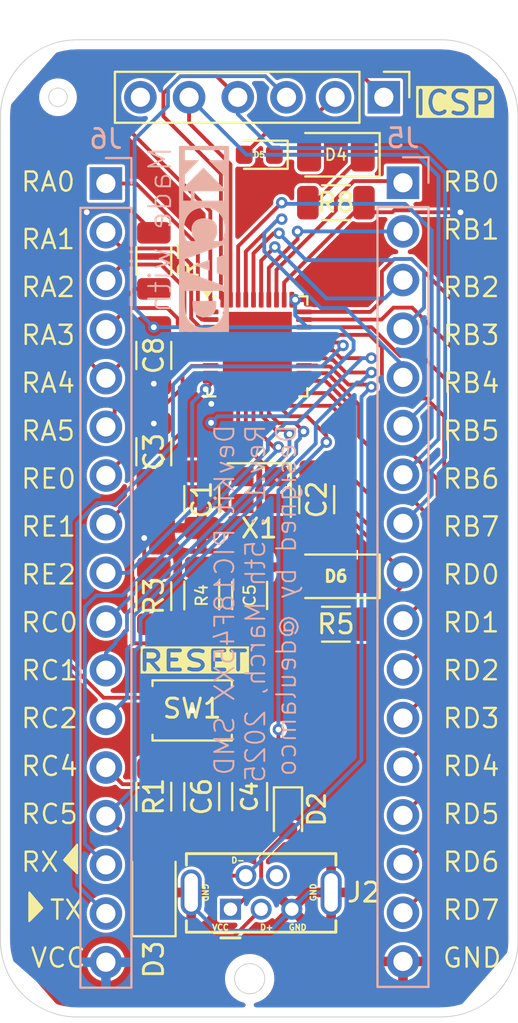
<source format=kicad_pcb>
(kicad_pcb (version 20241229) (generator "pcbnew") (generator_version "9.0")
  (title_block (comment 1 "Rev.1 : SMD version of DevKit 18F Rev.7 "))
  (layers (0 "F.Cu" signal) (2 "B.Cu" signal) (13 "F.Paste" user) (15 "B.Paste" user) (5 "F.SilkS" user "F.Silkscreen") (7 "B.SilkS" user "B.Silkscreen") (1 "F.Mask" user) (3 "B.Mask" user) (25 "Edge.Cuts" user))
  (net 0 "")
  (net 1 "/OSC1")
  (net 2 "GND")
  (net 3 "/OSC2")
  (net 4 "Net-(PIC18F45K50-VUSB3V3)")
  (net 5 "Net-(C5-Pad2)")
  (net 6 "VCC")
  (net 7 "/PGD")
  (net 8 "/PGC")
  (net 9 "/MCLR")
  (net 10 "/D+")
  (net 11 "/D-")
  (net 12 "Net-(J5-Pin_3)")
  (net 13 "Net-(J5-Pin_5)")
  (net 14 "Net-(J5-Pin_6)")
  (net 15 "Net-(J5-Pin_4)")
  (net 16 "Net-(J5-Pin_1)")
  (net 17 "Net-(J5-Pin_2)")
  (net 18 "Net-(D5-A)")
  (net 19 "unconnected-(J1-PGM{slash}LVP-Pad6)")
  (net 20 "Net-(D2-A)")
  (net 21 "/TX")
  (net 22 "Net-(D4-K)")
  (net 23 "Net-(D4-A)")
  (net 24 "/RX")
  (net 25 "Net-(D3-A)")
  (net 26 "Net-(D6-A)")
  (net 28 "Net-(J5-Pin_11)")
  (net 29 "Net-(J5-Pin_15)")
  (net 30 "Net-(J5-Pin_13)")
  (net 31 "Net-(J5-Pin_14)")
  (net 32 "Net-(J5-Pin_10)")
  (net 33 "Net-(J5-Pin_12)")
  (net 34 "Net-(J5-Pin_16)")
  (net 35 "/RC0")
  (net 36 "/RC1")
  (net 37 "/RE0")
  (net 38 "/RC2")
  (net 39 "/RA1")
  (net 40 "/RA3")
  (net 41 "/RA0")
  (net 42 "/RA2")
  (net 43 "/RE1")
  (net 44 "/RA5")
  (net 45 "/RA4")
  (net 46 "/RE2")
  (net 47 "/RD0")
  (footprint "Connector_USB:USB_Mini-B_Tensility_54-00023_Vertical" (layer "F.Cu") (at 84 71.875)
    (property "Reference" "J2")
    (property "Value" "USB_B_Mini")
  )
  (footprint "Connector_PinHeader_2.54mm:PinHeader_1x06_P2.54mm_Vertical" (layer "F.Cu") (at 92 29.5 -90)
    (property "Reference" "J1" (hide yes))
    (property "Value" "PIC_ICSP_ICD")
  )
  (footprint "Resistor_SMD:R_1206_3216Metric" (layer "F.Cu") (at 82.5 55.5 90)
    (property "Reference" "R4")
    (property "Value" "470")
  )
  (footprint "Capacitor_SMD:C_1206_3216Metric" (layer "F.Cu") (at 80 48 -90)
    (property "Reference" "C3")
    (property "Value" "100nF")
  )
  (footprint "LED_SMD:LED_1206_3216Metric" (layer "F.Cu") (at 89.5 54.5 180)
    (property "Reference" "D6")
    (property "Value" "LED_TEST")
  )
  (footprint "LED_SMD:LED_1206_3216Metric" (layer "F.Cu") (at 89.5 32.5 180)
    (property "Reference" "D4")
    (property "Value" "LED_ICSP")
  )
  (footprint "Package_DFN_QFN:QFN-40-1EP_5x5mm_P0.4mm_EP3.6x3.6mm" (layer "F.Cu") (at 85.4 42.5)
    (property "Reference" "PIC18F45K50" (hide yes))
    (property "Value" "PIC18F45K50-I/P")
  )
  (footprint "Capacitor_SMD:C_1206_3216Metric" (layer "F.Cu") (at 82.5 50.5 -90)
    (property "Reference" "C1")
    (property "Value" "22pF")
  )
  (footprint "Crystal:Crystal_SMD_2520-4Pin_2.5x2.0mm" (layer "F.Cu") (at 85.5 50 180)
    (property "Reference" "X1")
    (property "Value" "16MHz")
  )
  (footprint "Diode_SMD:D_0603_1608Metric" (layer "F.Cu") (at 87 67 -90)
    (property "Reference" "D2")
    (property "Value" "D_Schottky")
  )
  (footprint "Capacitor_SMD:C_1206_3216Metric" (layer "F.Cu") (at 85 55.5 -90)
    (property "Reference" "C5")
    (property "Value" "10uF")
  )
  (footprint "Capacitor_SMD:C_1206_3216Metric" (layer "F.Cu") (at 85 66 90)
    (property "Reference" "C4")
    (property "Value" "100nF")
  )
  (footprint "Capacitor_SMD:C_1206_3216Metric" (layer "F.Cu") (at 88.5 50.5 -90)
    (property "Reference" "C2")
    (property "Value" "22pF")
  )
  (footprint "LED_SMD:LED_1206_3216Metric" (layer "F.Cu") (at 80 71 90)
    (property "Reference" "D3")
    (property "Value" "LED_USB")
  )
  (footprint "Button_Switch_SMD:SW_Push_SPST_NO_Alps_SKRK" (layer "F.Cu") (at 82 61.5)
    (property "Reference" "SW1")
    (property "Value" "SW_RST")
  )
  (footprint "Diode_SMD:D_0603_1608Metric" (layer "F.Cu") (at 85.5 32.5 180)
    (property "Reference" "D5")
    (property "Value" "D_Schottky")
  )
  (footprint "Resistor_SMD:R_1206_3216Metric" (layer "F.Cu") (at 80 55.5375 -90)
    (property "Reference" "R3")
    (property "Value" "10k")
  )
  (footprint "Capacitor_SMD:C_1206_3216Metric" (layer "F.Cu") (at 82.5 66 90)
    (property "Reference" "C6")
    (property "Value" "100uF")
  )
  (footprint "Resistor_SMD:R_1206_3216Metric" (layer "F.Cu") (at 89.5 35 180)
    (property "Reference" "R8")
    (property "Value" "330")
  )
  (footprint "Resistor_SMD:R_1206_3216Metric" (layer "F.Cu") (at 89.5 57 180)
    (property "Reference" "R5")
    (property "Value" "330")
  )
  (footprint "Capacitor_SMD:C_1206_3216Metric" (layer "F.Cu") (at 80 42.975 90)
    (property "Reference" "C8")
    (property "Value" "100nF")
  )
  (footprint "Resistor_SMD:R_1206_3216Metric" (layer "F.Cu") (at 80 38.0375 -90)
    (property "Reference" "R7")
    (property "Value" "10k")
  )
  (footprint "Resistor_SMD:R_1206_3216Metric" (layer "F.Cu") (at 80 66 -90)
    (property "Reference" "R1")
    (property "Value" "330")
  )
  (footprint "Connector_PinHeader_2.54mm:PinHeader_1x17_P2.54mm_Vertical" (layer "B.Cu") (at 93 33.96 180)
    (property "Reference" "J5")
    (property "Value" "RIGHT_PORT")
  )
  (footprint "Connector_PinHeader_2.54mm:PinHeader_1x17_P2.54mm_Vertical" (layer "B.Cu") (at 77.5 34 180)
    (property "Reference" "J6")
    (property "Value" "LEFT_PORT")
  )
  (gr_poly (pts (xy 76 70) (xy 75.313313 69.313313) (xy 76 68.5)) (stroke (width 0.1)) (fill yes) (layer "F.SilkS"))
  (gr_poly (pts (xy 73.5 72.5) (xy 74.186687 71.813313) (xy 73.5 71)) (stroke (width 0.1)) (fill yes) (layer "F.SilkS"))
  (gr_circle (center 75 29.5) (end 75.483639 29.483639) (stroke (width 0.05)) (fill no) (layer "Edge.Cuts"))
  (gr_arc (start 72 30.5) (mid 73.171573 27.671573) (end 76 26.5) (stroke (width 0.05)) (layer "Edge.Cuts"))
  (gr_line (start 72 73.5) (end 72 30.5) (stroke (width 0.05)) (layer "Edge.Cuts"))
  (gr_arc (start 76 77.5) (mid 73.171573 76.328427) (end 72 73.5) (stroke (width 0.05)) (layer "Edge.Cuts"))
  (gr_line (start 95 77.5) (end 76 77.5) (stroke (width 0.05)) (layer "Edge.Cuts"))
  (gr_arc (start 99 73.5) (mid 97.831719 76.324667) (end 95.008274 77.495862) (stroke (width 0.05)) (layer "Edge.Cuts"))
  (gr_arc (start 95 26.5) (mid 97.828427 27.671573) (end 99 30.5) (stroke (width 0.05)) (layer "Edge.Cuts"))
  (gr_line (start 76 26.5) (end 95 26.5) (stroke (width 0.05)) (layer "Edge.Cuts"))
  (gr_line (start 99 30.5) (end 99 73.5) (stroke (width 0.05)) (layer "Edge.Cuts"))
  (gr_circle (center 85 75.5) (end 85.4937 76.113348) (stroke (width 0.05)) (fill no) (layer "Edge.Cuts"))
  (gr_text "GND" (at 95 75 0) (layer "F.SilkS") (effects (font (size 1 1) (thickness 0.125)) (justify left bottom)))
  (gr_text "VCC" (at 73.5 75 0) (layer "F.SilkS") (effects (font (size 1 1) (thickness 0.125)) (justify left bottom)))
  (gr_text "RA5" (at 73 47.5 0) (layer "F.SilkS") (effects (font (size 1 1) (thickness 0.125)) (justify left bottom)))
  (gr_text "RD2" (at 95 60 0) (layer "F.SilkS") (effects (font (size 1 1) (thickness 0.125)) (justify left bottom)))
  (gr_text "VCC" (at 83 73 0) (layer "F.SilkS") (effects (font (size 0.3 0.3) (thickness 0.075)) (justify left bottom)))
  (gr_text "RE0" (at 73 50 0) (layer "F.SilkS") (effects (font (size 1 1) (thickness 0.125)) (justify left bottom)))
  (gr_text "RD4" (at 95 65 0) (layer "F.SilkS") (effects (font (size 1 1) (thickness 0.125)) (justify left bottom)))
  (gr_text "TX" (at 74.5 72.5 0) (layer "F.SilkS") (effects (font (size 1 1) (thickness 0.125)) (justify left bottom)))
  (gr_text "GND" (at 88.5 71.5 90) (layer "F.SilkS") (effects (font (size 0.3 0.3) (thickness 0.075) (bold yes)) (justify left bottom)))
  (gr_text "RA4" (at 73 45 0) (layer "F.SilkS") (effects (font (size 1 1) (thickness 0.125)) (justify left bottom)))
  (gr_text "RD3" (at 95 62.5 0) (layer "F.SilkS") (effects (font (size 1 1) (thickness 0.125)) (justify left bottom)))
  (gr_text "RB3" (at 95 42.5 0) (layer "F.SilkS") (effects (font (size 1 1) (thickness 0.125)) (justify left bottom)))
  (gr_text "RD6" (at 95 70 0) (layer "F.SilkS") (effects (font (size 1 1) (thickness 0.125)) (justify left bottom)))
  (gr_text "RA1" (at 73 37.5 0) (layer "F.SilkS") (effects (font (size 1 1) (thickness 0.125)) (justify left bottom)))
  (gr_text "RB4" (at 95 45 0) (layer "F.SilkS") (effects (font (size 1 1) (thickness 0.125)) (justify left bottom)))
  (gr_text "RC4" (at 73 65 0) (layer "F.SilkS") (effects (font (size 1 1) (thickness 0.125)) (justify left bottom)))
  (gr_text "RB5" (at 95 47.5 0) (layer "F.SilkS") (effects (font (size 1 1) (thickness 0.125)) (justify left bottom)))
  (gr_text "D+" (at 85.5 73 0) (layer "F.SilkS") (effects (font (size 0.3 0.3) (thickness 0.075) (bold yes)) (justify left bottom)))
  (gr_text "GND" (at 87 73 0) (layer "F.SilkS") (effects (font (size 0.3 0.3) (thickness 0.075) (bold yes)) (justify left bottom)))
  (gr_text "RD1" (at 95 57.5 0) (layer "F.SilkS") (effects (font (size 1 1) (thickness 0.125)) (justify left bottom)))
  (gr_text "RC0" (at 73 57.5 0) (layer "F.SilkS") (effects (font (size 1 1) (thickness 0.125)) (justify left bottom)))
  (gr_text "RA2" (at 73 40 0) (layer "F.SilkS") (effects (font (size 1 1) (thickness 0.125)) (justify left bottom)))
  (gr_text "RC1" (at 73 60 0) (layer "F.SilkS") (effects (font (size 1 1) (thickness 0.125)) (justify left bottom)))
  (gr_text "RX" (at 73 70 0) (layer "F.SilkS") (effects (font (size 1 1) (thickness 0.125)) (justify left bottom)))
  (gr_text "RE2" (at 73 55 0) (layer "F.SilkS") (effects (font (size 1 1) (thickness 0.125)) (justify left bottom)))
  (gr_text "RESET" (at 79.09 59.5 0) (layer "F.SilkS" knockout) (effects (font (size 1 1.25) (thickness 0.2) (bold yes)) (justify left bottom)))
  (gr_text "RB2" (at 95 40 0) (layer "F.SilkS") (effects (font (size 1 1) (thickness 0.125)) (justify left bottom)))
  (gr_text "RC5" (at 73 67.5 0) (layer "F.SilkS") (effects (font (size 1 1) (thickness 0.125)) (justify left bottom)))
  (gr_text "RD0" (at 95 55 0) (layer "F.SilkS") (effects (font (size 1 1) (thickness 0.125)) (justify left bottom)))
  (gr_text "RE1" (at 73 52.5 0) (layer "F.SilkS") (effects (font (size 1 1) (thickness 0.125)) (justify left bottom)))
  (gr_text "D-" (at 84 69.5 0) (layer "F.SilkS") (effects (font (size 0.3 0.3) (thickness 0.075) (bold yes)) (justify left bottom)))
  (gr_text "ICSP" (at 93.5 30.5 0) (layer "F.SilkS" knockout) (effects (font (size 1.2 1.2) (thickness 0.2) (bold yes)) (justify left bottom)))
  (gr_text "GND" (at 82.5 70.5 270) (layer "F.SilkS") (effects (font (size 0.3 0.3) (thickness 0.075) (bold yes)) (justify left bottom)))
  (gr_text "RA3" (at 73 42.5 0) (layer "F.SilkS") (effects (font (size 1 1) (thickness 0.125)) (justify left bottom)))
  (gr_text "RA0" (at 73 34.5 0) (layer "F.SilkS") (effects (font (size 1 1) (thickness 0.125)) (justify left bottom)))
  (gr_text "RC2" (at 73 62.5 0) (layer "F.SilkS") (effects (font (size 1 1) (thickness 0.125)) (justify left bottom)))
  (gr_text "RB0" (at 95 34.5 0) (layer "F.SilkS") (effects (font (size 1 1) (thickness 0.125)) (justify left bottom)))
  (gr_text "RB6" (at 95 50 0) (layer "F.SilkS") (effects (font (size 1 1) (thickness 0.125)) (justify left bottom)))
  (gr_text "RD5" (at 95 67.5 0) (layer "F.SilkS") (effects (font (size 1 1) (thickness 0.125)) (justify left bottom)))
  (gr_text "RD7" (at 95 72.5 0) (layer "F.SilkS") (effects (font (size 1 1) (thickness 0.125)) (justify left bottom)))
  (gr_text "RB7" (at 95 52.5 0) (layer "F.SilkS") (effects (font (size 1 1) (thickness 0.125)) (justify left bottom)))
  (gr_text "RB1" (at 95 37 0) (layer "F.SilkS") (effects (font (size 1 1) (thickness 0.125)) (justify left bottom)))
  (gr_text "Made with" (at 81 32 90) (layer "B.SilkS") (effects (font (size 1.15 1.15) (thickness 0.1)) (justify left bottom mirror)))
  (gr_text "KiCAD" (at 84 32 90) (layer "B.SilkS" knockout) (effects (font (size 2 2) (thickness 0.2) (bold yes)) (justify left bottom mirror)))
  (gr_text "DevKit PIC18F45XX SMD\nRev.1 : 5th March, 2025\nDesigned by @deulamco" (at 87.5 46.5 90) (layer "B.SilkS") (effects (font (size 1 1) (thickness 0.1)) (justify left bottom mirror)))
  (segment (start 84.625 49.3) (end 84.4 49.075) (width 0.2) (layer "F.Cu") (net 1))
  (segment (start 84.4 49.075) (end 84.4 44.9375) (width 0.2) (layer "F.Cu") (net 1))
  (segment (start 84.35 49.025) (end 84.625 49.3) (width 0.2) (layer "F.Cu") (net 1))
  (segment (start 82.5 49.025) (end 84.35 49.025) (width 0.2) (layer "F.Cu") (net 1))
  (segment (start 80 72.4) (end 80.55 72.4) (width 0.2) (layer "F.Cu") (net 2))
  (segment (start 84 45.475) (end 82.9875 46.4875) (width 0.2) (layer "F.Cu") (net 2))
  (segment (start 85.376 67.099) (end 87.599 67.099) (width 0.2) (layer "F.Cu") (net 2))
  (segment (start 85 67.475) (end 85.376 67.099) (width 0.2) (layer "F.Cu") (net 2))
  (segment (start 87.374973 40.0625) (end 87.2 40.0625) (width 0.2) (layer "F.Cu") (net 2))
  (segment (start 81.4 71) (end 80 72.4) (width 0.2) (layer "F.Cu") (net 2))
  (segment (start 84.475 67.475) (end 82.5 67.475) (width 0.2) (layer "F.Cu") (net 2))
  (segment (start 81.95 71) (end 81.4 71) (width 0.2) (layer "F.Cu") (net 2))
  (segment (start 87.375 40.062527) (end 87.374973 40.0625) (width 0.2) (layer "F.Cu") (net 2))
  (segment (start 82.9875 46.4875) (end 80 49.475) (width 0.2) (layer "F.Cu") (net 2))
  (segment (start 85 67.475) (end 85 68) (width 0.2) (layer "F.Cu") (net 2))
  (segment (start 84 44.9375) (end 84 45.475) (width 0.2) (layer "F.Cu") (net 2))
  (segment (start 89.25 68.75) (end 89.25 71) (width 0.2) (layer "F.Cu") (net 2))
  (segment (start 87.599 67.099) (end 89.25 68.75) (width 0.2) (layer "F.Cu") (net 2))
  (segment (start 85 68) (end 84.475 67.475) (width 0.2) (layer "F.Cu") (net 2))
  (via (at 80 41.5) (size 0.6) (drill 0.3) (layers "F.Cu" "B.Cu") (net 2))
  (via (at 82.9875 46.4875) (size 0.6) (drill 0.3) (layers "F.Cu" "B.Cu") (net 2))
  (via (at 87.375 40.062527) (size 0.6) (drill 0.3) (layers "F.Cu" "B.Cu") (net 2))
  (segment (start 80.739 29.04395) (end 81.38395 28.399) (width 0.2) (layer "B.Cu") (net 2))
  (segment (start 80 41.5) (end 88 41.5) (width 0.2) (layer "B.Cu") (net 2))
  (segment (start 83.3 73) (end 86.075 73) (width 0.2) (layer "B.Cu") (net 2))
  (segment (start 83.326 46.149) (end 82.9875 46.4875) (width 0.2) (layer "B.Cu") (net 2))
  (segment (start 87.2 71.875) (end 88.075 71) (width 0.2) (layer "B.Cu") (net 2))
  (segment (start 86.075 73) (end 87.2 71.875) (width 0.2) (layer "B.Cu") (net 2))
  (segment (start 81.95 71.65) (end 83.3 73) (width 0.2) (layer "B.Cu") (net 2))
  (segment (start 81.38395 28.399) (end 85.819 28.399) (width 0.2) (layer "B.Cu") (net 2))
  (segment (start 80.739 29.95605) (end 80.739 29.04395) (width 0.2) (layer "B.Cu") (net 2))
  (segment (start 81.95 71) (end 81.95 71.65) (width 0.2) (layer "B.Cu") (net 2))
  (segment (start 88.075 71) (end 89.25 71) (width 0.2) (layer "B.Cu") (net 2))
  (segment (start 88 41.5) (end 89.700834 41.5) (width 0.2) (layer "B.Cu") (net 2))
  (segment (start 79 40.5) (end 79 31.69505) (width 0.2) (layer "B.Cu") (net 2))
  (segment (start 87.375 40.062527) (end 87.375 40.875) (width 0.2) (layer "B.Cu") (net 2))
  (segment (start 89.700834 41.5) (end 90.422601 42.221767) (width 0.2) (layer "B.Cu") (net 2))
  (segment (start 80 41.5) (end 79 40.5) (width 0.2) (layer "B.Cu") (net 2))
  (segment (start 85.819 28.399) (end 86.92 29.5) (width 0.2) (layer "B.Cu") (net 2))
  (segment (start 90.422601 42.221767) (end 90.422601 42.678231) (width 0.2) (layer "B.Cu") (net 2))
  (segment (start 87.375 40.875) (end 88 41.5) (width 0.2) (layer "B.Cu") (net 2))
  (segment (start 90.422601 42.678231) (end 86.951832 46.149) (width 0.2) (layer "B.Cu") (net 2))
  (segment (start 86.951832 46.149) (end 83.326 46.149) (width 0.2) (layer "B.Cu") (net 2))
  (segment (start 79 31.69505) (end 80.739 29.95605) (width 0.2) (layer "B.Cu") (net 2))
  (segment (start 86.65 49.025) (end 86.375 49.3) (width 0.2) (layer "F.Cu") (net 3))
  (segment (start 88.5 49.025) (end 86.65 49.025) (width 0.2) (layer "F.Cu") (net 3))
  (segment (start 86.375 49.3) (end 84.8 47.725) (width 0.2) (layer "F.Cu") (net 3))
  (segment (start 84.8 47.725) (end 84.8 44.9375) (width 0.2) (layer "F.Cu") (net 3))
  (segment (start 86.4 45.491476) (end 86.4 44.9375) (width 0.2) (layer "F.Cu") (net 4))
  (segment (start 89 47.5) (end 89 47.151) (width 0.2) (layer "F.Cu") (net 4))
  (segment (start 85 64.525) (end 86.5 63.025) (width 0.2) (layer "F.Cu") (net 4))
  (segment (start 86.5 63.025) (end 86.5 62.5) (width 0.2) (layer "F.Cu") (net 4))
  (segment (start 87.059524 46.151) (end 86.4 45.491476) (width 0.2) (layer "F.Cu") (net 4))
  (segment (start 89 47.151) (end 88 46.151) (width 0.2) (layer "F.Cu") (net 4))
  (segment (start 86.4 44.9375) (end 86.424 44.9375) (width 0.2) (layer "F.Cu") (net 4))
  (segment (start 88 46.151) (end 87.059524 46.151) (width 0.2) (layer "F.Cu") (net 4))
  (segment (start 86.424 44.9375) (end 86.424 45.419088) (width 0.2) (layer "F.Cu") (net 4))
  (via (at 86.5 62.5) (size 0.6) (drill 0.3) (layers "F.Cu" "B.Cu") (net 4))
  (via (at 89 47.5) (size 0.6) (drill 0.3) (layers "F.Cu" "B.Cu") (net 4))
  (segment (start 88.594389 47.92401) (end 88.8 47.718399) (width 0.2) (layer "B.Cu") (net 4))
  (segment (start 86.5 50.018399) (end 88.594389 47.92401) (width 0.2) (layer "B.Cu") (net 4))
  (segment (start 86.5 62.5) (end 86.5 50.018399) (width 0.2) (layer "B.Cu") (net 4))
  (segment (start 88.8 47.7) (end 89 47.5) (width 0.2) (layer "B.Cu") (net 4))
  (segment (start 88.8 47.718399) (end 88.8 47.7) (width 0.2) (layer "B.Cu") (net 4))
  (segment (start 84.975 56.975) (end 83.236846 55.236846) (width 0.2) (layer "F.Cu") (net 5))
  (segment (start 80.5 57) (end 80.525 56.975) (width 0.2) (layer "F.Cu") (net 5))
  (segment (start 82.236846 55.5) (end 82.5 55.236846) (width 0.2) (layer "F.Cu") (net 5))
  (segment (start 80 57) (end 80.5 57) (width 0.2) (layer "F.Cu") (net 5))
  (segment (start 80 57) (end 81.5 55.5) (width 0.2) (layer "F.Cu") (net 5))
  (segment (start 85 56.975) (end 84.975 56.975) (width 0.2) (layer "F.Cu") (net 5))
  (segment (start 83.236846 55.236846) (end 82.5 55.236846) (width 0.2) (layer "F.Cu") (net 5))
  (segment (start 81.5 55.5) (end 82.236846 55.5) (width 0.2) (layer "F.Cu") (net 5))
  (segment (start 82.5 55.236846) (end 82.5 54.0375) (width 0.2) (layer "F.Cu") (net 5))
  (segment (start 79.5 53.575) (end 79.5 52.5) (width 0.2) (layer "F.Cu") (net 6))
  (segment (start 87 66.2125) (end 84.1875 66.2125) (width 0.2) (layer "F.Cu") (net 6))
  (segment (start 78.874 55.201) (end 78.874 58) (width 0.2) (layer "F.Cu") (net 6))
  (segment (start 80.4625 64.5375) (end 80.475 64.525) (width 0.2) (layer "F.Cu") (net 6))
  (segment (start 81.374 57.489448) (end 81.374 56.435552) (width 0.2) (layer "F.Cu") (net 6))
  (segment (start 76.561 35.439) (end 76.5 35.5) (width 0.2) (layer "F.Cu") (net 6))
  (segment (start 80.475 64.525) (end 82.5 64.525) (width 0.2) (layer "F.Cu") (net 6))
  (segment (start 90.4625 35.5) (end 86.8 39.1625) (width 0.2) (layer "F.Cu") (net 6))
  (segment (start 91.4625 35.5) (end 92.44295 35.5) (width 0.2) (layer "F.Cu") (net 6))
  (segment (start 80 36.575) (end 78.864 35.439) (width 0.2) (layer "F.Cu") (net 6))
  (segment (start 78.864 35.439) (end 76.561 35.439) (width 0.2) (layer "F.Cu") (net 6))
  (segment (start 80 64.5375) (end 80.4625 64.5375) (width 0.2) (layer "F.Cu") (net 6))
  (segment (start 83.626 59.874) (end 82 61.5) (width 0.2) (layer "F.Cu") (net 6))
  (segment (start 86.8 39.1625) (end 86.8 40.0625) (width 0.2) (layer "F.Cu") (net 6))
  (segment (start 82 62.5375) (end 80 64.5375) (width 0.2) (layer "F.Cu") (net 6))
  (segment (start 81.374 56.435552) (end 81.660552 56.149) (width 0.2) (layer "F.Cu") (net 6))
  (segment (start 80.863448 58) (end 81.374 57.489448) (width 0.2) (layer "F.Cu") (net 6))
  (segment (start 80.275 44.725) (end 80.4875 44.9375) (width 0.2) (layer "F.Cu") (net 6))
  (segment (start 90.9625 35) (end 91.4625 35.5) (width 0.2) (layer "F.Cu") (net 6))
  (segment (start 84.1875 66.2125) (end 82.5 64.525) (width 0.2) (layer "F.Cu") (net 6))
  (segment (start 80 54.075) (end 78.874 55.201) (width 0.2) (layer "F.Cu") (net 6))
  (segment (start 82 61.5) (end 82 62.5375) (width 0.2) (layer "F.Cu") (net 6))
  (segment (start 83.626 56.435552) (end 83.626 59.874) (width 0.2) (layer "F.Cu") (net 6))
  (segment (start 83 45.5) (end 83.5625 44.9375) (width 0.2) (layer "F.Cu") (net 6))
  (segment (start 92.44295 35.5) (end 90.4625 35.5) (width 0.2) (layer "F.Cu") (net 6))
  (segment (start 78.874 58) (end 80.863448 58) (width 0.2) (layer "F.Cu") (net 6))
  (segment (start 92.54395 35.399) (end 92.44295 35.5) (width 0.2) (layer "F.Cu") (net 6))
  (segment (start 81.660552 56.149) (end 83.339448 56.149) (width 0.2) (layer "F.Cu") (net 6))
  (segment (start 83.339448 56.149) (end 83.626 56.435552) (width 0.2) (layer "F.Cu") (net 6))
  (segment (start 96 35.5) (end 93.55705 35.5) (width 0.2) (layer "F.Cu") (net 6))
  (segment (start 83.5625 44.9375) (end 83.6 44.9375) (width 0.2) (layer "F.Cu") (net 6))
  (segment (start 80 44.45) (end 80.275 44.725) (width 0.2) (layer "F.Cu") (net 6))
  (segment (start 80 54.075) (end 79.5 53.575) (width 0.2) (layer "F.Cu") (net 6))
  (segment (start 93.55705 35.5) (end 93.45605 35.399) (width 0.2) (layer "F.Cu") (net 6))
  (segment (start 93.45605 35.399) (end 92.54395 35.399) (width 0.2) (layer "F.Cu") (net 6))
  (via (at 76.5 35.5) (size 0.6) (drill 0.3) (layers "F.Cu" "B.Cu") (net 6))
  (via (at 83 45.5) (size 0.6) (drill 0.3) (layers "F.Cu" "B.Cu") (net 6))
  (via (at 82 61.5) (size 0.6) (drill 0.3) (layers "F.Cu" "B.Cu") (net 6))
  (via (at 80 46.525) (size 0.6) (drill 0.3) (layers "F.Cu" "B.Cu") (net 6))
  (via (at 96 35.5) (size 0.6) (drill 0.3) (layers "F.Cu" "B.Cu") (net 6))
  (via (at 79.5 52.5) (size 0.6) (drill 0.3) (layers "F.Cu" "B.Cu") (net 6))
  (via (at 80 44.45) (size 0.6) (drill 0.3) (layers "F.Cu" "B.Cu") (net 6))
  (segment (start 77.04395 73.201) (end 77.95605 73.201) (width 0.2) (layer "B.Cu") (net 6))
  (segment (start 75.649 71.80605) (end 77.04395 73.201) (width 0.2) (layer "B.Cu") (net 6))
  (segment (start 77.95605 73.201) (end 82 69.15705) (width 0.2) (layer "B.Cu") (net 6))
  (segment (start 75.649 36.351) (end 75.649 71.80605) (width 0.2) (layer "B.Cu") (net 6))
  (segment (start 82 69.15705) (end 82 61.5) (width 0.2) (layer "B.Cu") (net 6))
  (segment (start 76.5 35.5) (end 75.649 36.351) (width 0.2) (layer "B.Cu") (net 6))
  (segment (start 80.5 30.5) (end 83.5 33.5) (width 0.2) (layer "F.Cu") (net 7))
  (segment (start 83.5 33.5) (end 83.5 39.9625) (width 0.2) (layer "F.Cu") (net 7))
  (segment (start 81.38395 28.399) (end 80.5 29.28295) (width 0.2) (layer "F.Cu") (net 7))
  (segment (start 84.38 29.5) (end 83.279 28.399) (width 0.2) (layer "F.Cu") (net 7))
  (segment (start 83.279 28.399) (end 81.38395 28.399) (width 0.2) (layer "F.Cu") (net 7))
  (segment (start 80.5 29.28295) (end 80.5 30.5) (width 0.2) (layer "F.Cu") (net 7))
  (segment (start 83.5 39.9625) (end 83.6 40.0625) (width 0.2) (layer "F.Cu") (net 7))
  (segment (start 84.38 30.38) (end 84.38 29.5) (width 0.2) (layer "B.Cu") (net 7))
  (segment (start 93 51.74) (end 94.5 50.24) (width 0.2) (layer "B.Cu") (net 7))
  (segment (start 95.202 33.463612) (end 93.887389 32.149) (width 0.2) (layer "B.Cu") (net 7))
  (segment (start 94.5 49) (end 95.202 48.298) (width 0.2) (layer "B.Cu") (net 7))
  (segment (start 93.887389 32.149) (end 86.149 32.149) (width 0.2) (layer "B.Cu") (net 7))
  (segment (start 95.202 33.463611) (end 95.202 33.463612) (width 0.2) (layer "B.Cu") (net 7))
  (segment (start 86.149 32.149) (end 84.38 30.38) (width 0.2) (layer "B.Cu") (net 7))
  (segment (start 95.202 48.298) (end 95.202 33.463611) (width 0.2) (layer "B.Cu") (net 7))
  (segment (start 94.5 50.24) (end 94.5 49) (width 0.2) (layer "B.Cu") (net 7))
  (segment (start 84 33) (end 84 40.0625) (width 0.2) (layer "F.Cu") (net 8))
  (segment (start 81.84 30.84) (end 84 33) (width 0.2) (layer "F.Cu") (net 8))
  (segment (start 81.84 29.5) (end 81.84 30.84) (width 0.2) (layer "F.Cu") (net 8))
  (segment (start 93.742 32.5) (end 84.84 32.5) (width 0.2) (layer "B.Cu") (net 8))
  (segment (start 84.84 32.5) (end 81.84 29.5) (width 0.2) (layer "B.Cu") (net 8))
  (segment (start 94.851 47.349) (end 94.851 33.609) (width 0.2) (layer "B.Cu") (net 8))
  (segment (start 93 49.2) (end 94.851 47.349) (width 0.2) (layer "B.Cu") (net 8))
  (segment (start 94.851 33.609) (end 93.742 32.5) (width 0.2) (layer "B.Cu") (net 8))
  (segment (start 82.5 56.9625) (end 82.5 59.5) (width 0.2) (layer "F.Cu") (net 9))
  (segment (start 82.95 35.45) (end 78 30.5) (width 0.2) (layer "F.Cu") (net 9))
  (segment (start 82.951333 40.000779) (end 82.95 39.999446) (width 0.2) (layer "F.Cu") (net 9))
  (segment (start 82.951333 40.000779) (end 82.9625 40.011946) (width 0.2) (layer "F.Cu") (net 9))
  (segment (start 82 60) (end 81.4 60) (width 0.2) (layer "F.Cu") (net 9))
  (segment (start 78 29) (end 78.952 28.048) (width 0.2) (layer "F.Cu") (net 9))
  (segment (start 82.95 39.999446) (end 82.95 35.45) (width 0.2) (layer "F.Cu") (net 9))
  (segment (start 78 30) (end 78 29) (width 0.2) (layer "F.Cu") (net 9))
  (segment (start 79.9 60.839) (end 77.38195 60.839) (width 0.2) (layer "F.Cu") (net 9))
  (segment (start 81.4 60) (end 79.9 61.5) (width 0.2) (layer "F.Cu") (net 9))
  (segment (start 78 30.5) (end 78 30) (width 0.2) (layer "F.Cu") (net 9))
  (segment (start 90.548 28.048) (end 92 29.5) (width 0.2) (layer "F.Cu") (net 9))
  (segment (start 78.952 28.048) (end 90.548 28.048) (width 0.2) (layer "F.Cu") (net 9))
  (segment (start 82.5 59.5) (end 82 60) (width 0.2) (layer "F.Cu") (net 9))
  (segment (start 77.38195 60.839) (end 75.5 58.95705) (width 0.2) (layer "F.Cu") (net 9))
  (segment (start 75.5 58.95705) (end 75.5 33) (width 0.2) (layer "F.Cu") (net 9))
  (segment (start 82.9625 40.011946) (end 82.9625 40.7) (width 0.2) (layer "F.Cu") (net 9))
  (segment (start 75.5 33) (end 78 30.5) (width 0.2) (layer "F.Cu") (net 9))
  (segment (start 89.680893 43.533499) (end 89.68089 43.533499) (width 0.2) (layer "F.Cu") (net 10))
  (segment (start 88.124 43.124) (end 88.1 43.1) (width 0.2) (layer "F.Cu") (net 10))
  (segment (start 90.011248 43.863854) (end 89.886505 43.739112) (width 0.2) (layer "F.Cu") (net 10))
  (segment (start 88.980614 43.124) (end 88.124 43.124) (width 0.2) (layer "F.Cu") (net 10))
  (segment (start 89.756614 43.609223) (end 89.680893 43.533499) (width 0.2) (layer "F.Cu") (net 10))
  (segment (start 89.68089 43.533499) (end 89.551004 43.403613) (width 0.2) (layer "F.Cu") (net 10))
  (segment (start 85.6 71.875) (end 84.199 73.276) (width 0.2) (layer "F.Cu") (net 10))
  (segment (start 89.886504 43.73911) (end 89.756614 43.609223) (width 0.2) (layer "F.Cu") (net 10))
  (segment (start 89.054614 43.198) (end 88.980614 43.124) (width 0.2) (layer "F.Cu") (net 10))
  (segment (start 89.345396 43.198) (end 89.054614 43.198) (width 0.2) (layer "F.Cu") (net 10))
  (segment (start 89.886505 43.739112) (end 89.886504 43.73911) (width 0.2) (layer "F.Cu") (net 10))
  (segment (start 89.551004 43.40361) (end 89.478819 43.331424) (width 0.2) (layer "F.Cu") (net 10))
  (segment (start 89.406635 43.259239) (end 89.345396 43.198) (width 0.2) (layer "F.Cu") (net 10))
  (segment (start 89.406635 43.259239) (end 89.406635 43.25924) (width 0.2) (layer "F.Cu") (net 10))
  (segment (start 91.349 43.863854) (end 90.011248 43.863854) (width 0.2) (layer "F.Cu") (net 10))
  (segment (start 78.874 68.394) (end 77.5 67.02) (width 0.2) (layer "F.Cu") (net 10))
  (segment (start 89.478819 43.331424) (end 89.406635 43.259239) (width 0.2) (layer "F.Cu") (net 10))
  (segment (start 79.160552 73.276) (end 78.874 72.989448) (width 0.2) (layer "F.Cu") (net 10))
  (segment (start 88.1 43.1) (end 87.8375 43.1) (width 0.2) (layer "F.Cu") (net 10))
  (segment (start 89.551004 43.403613) (end 89.551004 43.40361) (width 0.2) (layer "F.Cu") (net 10))
  (segment (start 84.199 73.276) (end 79.160552 73.276) (width 0.2) (layer "F.Cu") (net 10))
  (segment (start 78.874 72.989448) (end 78.874 68.394) (width 0.2) (layer "F.Cu") (net 10))
  (via (at 91.349 43.863854) (size 0.6) (drill 0.3) (layers "F.Cu" "B.Cu") (net 10))
  (segment (start 79.303 56.719008) (end 88.449 47.57301) (width 0.2) (layer "B.Cu") (net 10))
  (segment (start 77.5 67.02) (end 79 65.52) (width 0.2) (layer "B.Cu") (net 10))
  (segment (start 88.449 47.57301) (end 88.449 46.534535) (width 0.2) (layer "B.Cu") (net 10))
  (segment (start 79.303 58.106388) (end 79.303 56.719008) (width 0.2) (layer "B.Cu") (net 10))
  (segment (start 79 58.409388) (end 79.097389 58.312) (width 0.2) (layer "B.Cu") (net 10))
  (segment (start 91.349 44.062856) (end 91.349 43.863854) (width 0.2) (layer "B.Cu") (net 10))
  (segment (start 91.121372 44.062856) (end 91.149998 44.062856) (width 0.2) (layer "B.Cu") (net 10))
  (segment (start 90.798604 44.385624) (end 91.121372 44.062856) (width 0.2) (layer "B.Cu") (net 10))
  (segment (start 90.597911 44.385624) (end 90.798604 44.385624) (width 0.2) (layer "B.Cu") (net 10))
  (segment (start 79.097389 58.312) (end 79.303 58.106388) (width 0.2) (layer "B.Cu") (net 10))
  (segment (start 91.149998 44.062856) (end 91.349 44.062856) (width 0.2) (layer "B.Cu") (net 10))
  (segment (start 88.449 46.534535) (end 90.597911 44.385624) (width 0.2) (layer "B.Cu") (net 10))
  (segment (start 79 65.52) (end 79 58.409388) (width 0.2) (layer "B.Cu") (net 10))
  (segment (start 79.541448 65.351) (end 78.371 65.351) (width 0.2) (layer "F.Cu") (net 11))
  (segment (start 91.230045 44.494297) (end 90.145299 44.494297) (width 0.2) (layer "F.Cu") (net 11))
  (segment (start 89.535504 43.884499) (end 89.535501 43.884499) (width 0.2) (layer "F.Cu") (net 11))
  (segment (start 89.741115 44.09011) (end 89.535504 43.884499) (width 0.2) (layer "F.Cu") (net 11))
  (segment (start 81.126 66.935552) (end 79.541448 65.351) (width 0.2) (layer "F.Cu") (net 11))
  (segment (start 89.535501 43.884499) (end 89.200003 43.549) (width 0.2) (layer "F.Cu") (net 11))
  (segment (start 89.741114 44.090112) (end 89.741115 44.09011) (width 0.2) (layer "F.Cu") (net 11))
  (segment (start 89.741116 44.090112) (end 89.741114 44.090112) (width 0.2) (layer "F.Cu") (net 11))
  (segment (start 83.261552 70.125) (end 81.126 67.989448) (width 0.2) (layer "F.Cu") (net 11))
  (segment (start 81.126 67.989448) (end 81.126 66.935552) (width 0.2) (layer "F.Cu") (net 11))
  (segment (start 90.145299 44.494297) (end 89.923881 44.272879) (width 0.2) (layer "F.Cu") (net 11))
  (segment (start 89.923881 44.272879) (end 89.741116 44.090112) (width 0.2) (layer "F.Cu") (net 11))
  (segment (start 78.371 65.351) (end 77.5 64.48) (width 0.2) (layer "F.Cu") (net 11))
  (segment (start 88.5 43.5) (end 87.8375 43.5) (width 0.2) (layer "F.Cu") (net 11))
  (segment (start 89.200003 43.549) (end 88.549 43.549) (width 0.2) (layer "F.Cu") (net 11))
  (segment (start 91.349604 44.613856) (end 91.230045 44.494297) (width 0.2) (layer "F.Cu") (net 11))
  (segment (start 84.8 70.125) (end 83.261552 70.125) (width 0.2) (layer "F.Cu") (net 11))
  (segment (start 88.549 43.549) (end 88.5 43.5) (width 0.2) (layer "F.Cu") (net 11))
  (via (at 91.349604 44.613856) (size 0.6) (drill 0.3) (layers "F.Cu" "B.Cu") (net 11))
  (segment (start 90.834266 45.129194) (end 90.834266 64.090734) (width 0.2) (layer "B.Cu") (net 11))
  (segment (start 91.349604 44.613856) (end 90.834266 45.129194) (width 0.2) (layer "B.Cu") (net 11))
  (segment (start 90.834266 64.090734) (end 84.8 70.125) (width 0.2) (layer "B.Cu") (net 11))
  (segment (start 86.312896 37.312897) (end 85.6 38.025793) (width 0.2) (layer "F.Cu") (net 12))
  (segment (start 85.6 38.025793) (end 85.6 40.0625) (width 0.2) (layer "F.Cu") (net 12))
  (via (at 86.312896 37.312897) (size 0.6) (drill 0.3) (layers "F.Cu" "B.Cu") (net 12))
  (segment (start 92.04 40) (end 93 39.04) (width 0.2) (layer "B.Cu") (net 12))
  (segment (start 86.312896 37.312897) (end 88.999999 40) (width 0.2) (layer "B.Cu") (net 12))
  (segment (start 88.999999 40) (end 92.04 40) (width 0.2) (layer "B.Cu") (net 12))
  (segment (start 84.8 37.550172) (end 84.8 40.0625) (width 0.2) (layer "F.Cu") (net 13))
  (segment (start 85.899092 36.451081) (end 85.309222 37.04095) (width 0.2) (layer "F.Cu") (net 13))
  (segment (start 85.899092 36.45108) (end 85.899092 36.451081) (width 0.2) (layer "F.Cu") (net 13))
  (segment (start 85.309222 37.04095) (end 84.8 37.550172) (width 0.2) (layer "F.Cu") (net 13))
  (segment (start 86.674001 35.859501) (end 86.490671 35.859501) (width 0.2) (layer "F.Cu") (net 13))
  (segment (start 86.490671 35.859501) (end 85.899092 36.45108) (width 0.2) (layer "F.Cu") (net 13))
  (via (at 86.674001 35.859501) (size 0.6) (drill 0.3) (layers "F.Cu" "B.Cu") (net 13))
  (segment (start 85.761896 36.590124) (end 85.761896 37.541129) (width 0.2) (layer "B.Cu") (net 13))
  (segment (start 90 40.5) (end 93 43.5) (width 0.2) (layer "B.Cu") (net 13))
  (segment (start 85.761896 37.541129) (end 88.720767 40.5) (width 0.2) (layer "B.Cu") (net 13))
  (segment (start 93 43.5) (end 93 44.12) (width 0.2) (layer "B.Cu") (net 13))
  (segment (start 88.720767 40.5) (end 90 40.5) (width 0.2) (layer "B.Cu") (net 13))
  (segment (start 86.492519 35.859501) (end 85.761896 36.590124) (width 0.2) (layer "B.Cu") (net 13))
  (segment (start 86.674001 35.859501) (end 86.492519 35.859501) (width 0.2) (layer "B.Cu") (net 13))
  (segment (start 84.4 37.274) (end 84.4 40.0625) (width 0.2) (layer "F.Cu") (net 14))
  (segment (start 86.674 35) (end 84.4 37.274) (width 0.2) (layer "F.Cu") (net 14))
  (via (at 86.674 35) (size 0.6) (drill 0.3) (layers "F.Cu" "B.Cu") (net 14))
  (segment (start 86.735 35.061) (end 93.11805 35.061) (width 0.2) (layer "B.Cu") (net 14))
  (segment (start 94.5 36.44295) (end 94.5 45.16) (width 0.2) (layer "B.Cu") (net 14))
  (segment (start 86.674 35) (end 86.735 35.061) (width 0.2) (layer "B.Cu") (net 14))
  (segment (start 93.11805 35.061) (end 94.5 36.44295) (width 0.2) (layer "B.Cu") (net 14))
  (segment (start 94.5 45.16) (end 93 46.66) (width 0.2) (layer "B.Cu") (net 14))
  (segment (start 85.2 40.0625) (end 85.2 37.646561) (width 0.2) (layer "F.Cu") (net 15))
  (segment (start 86.250092 36.596469) (end 86.534783 36.596469) (width 0.2) (layer "F.Cu") (net 15))
  (segment (start 85.2 37.646561) (end 86.250092 36.596469) (width 0.2) (layer "F.Cu") (net 15))
  (via (at 86.534783 36.596469) (size 0.6) (drill 0.3) (layers "F.Cu" "B.Cu") (net 15))
  (segment (start 86.534783 36.596469) (end 87.938314 38) (width 0.2) (layer "B.Cu") (net 15))
  (segment (start 93.45605 37.939) (end 94.101 38.58395) (width 0.2) (layer "B.Cu") (net 15))
  (segment (start 92.54395 37.939) (end 93.45605 37.939) (width 0.2) (layer "B.Cu") (net 15))
  (segment (start 87.938314 38) (end 92.48295 38) (width 0.2) (layer "B.Cu") (net 15))
  (segment (start 92.48295 38) (end 92.54395 37.939) (width 0.2) (layer "B.Cu") (net 15))
  (segment (start 94.101 40.479) (end 93 41.58) (width 0.2) (layer "B.Cu") (net 15))
  (segment (start 94.101 38.58395) (end 94.101 40.479) (width 0.2) (layer "B.Cu") (net 15))
  (segment (start 92.914 33.874) (end 93 33.96) (width 0.2) (layer "F.Cu") (net 16))
  (segment (start 90.435552 33.874) (end 92.914 33.874) (width 0.2) (layer "F.Cu") (net 16))
  (segment (start 86.4 38.5) (end 89.5 35.4) (width 0.2) (layer "F.Cu") (net 16))
  (segment (start 86.4 40.0625) (end 86.4 38.5) (width 0.2) (layer "F.Cu") (net 16))
  (segment (start 89.5 34.809552) (end 90.435552 33.874) (width 0.2) (layer "F.Cu") (net 16))
  (segment (start 93 33.96) (end 93 34.363448) (width 0.2) (layer "F.Cu") (net 16))
  (segment (start 89.5 35.4) (end 89.5 34.809552) (width 0.2) (layer "F.Cu") (net 16))
  (segment (start 86 38.403611) (end 86 40.0625) (width 0.2) (layer "F.Cu") (net 17))
  (segment (start 87.5 36.903611) (end 86 38.403611) (width 0.2) (layer "F.Cu") (net 17))
  (segment (start 87.5 36.5) (end 87.5 36.903611) (width 0.2) (layer "F.Cu") (net 17))
  (via (at 87.5 36.5) (size 0.6) (drill 0.3) (layers "F.Cu" "B.Cu") (net 17))
  (segment (start 93 36.5) (end 87.5 36.5) (width 0.2) (layer "B.Cu") (net 17))
  (segment (start 87.884552 31) (end 86.2125 31) (width 0.2) (layer "F.Cu") (net 18))
  (segment (start 86.2125 31) (end 84.7125 32.5) (width 0.2) (layer "F.Cu") (net 18))
  (segment (start 89.384552 29.5) (end 87.884552 31) (width 0.2) (layer "F.Cu") (net 18))
  (segment (start 89.46 29.5) (end 89.384552 29.5) (width 0.2) (layer "F.Cu") (net 18))
  (segment (start 79.5 29.5) (end 78.88 29.5) (width 0.2) (layer "B.Cu") (net 19))
  (segment (start 84 71.875) (end 84.182786 71.875) (width 0.2) (layer "F.Cu") (net 20))
  (segment (start 84.182786 71.875) (end 85.6 70.457786) (width 0.2) (layer "F.Cu") (net 20))
  (segment (start 85.6 70.457786) (end 85.6 69.1875) (width 0.2) (layer "F.Cu") (net 20))
  (segment (start 85.6 69.1875) (end 87 67.7875) (width 0.2) (layer "F.Cu") (net 20))
  (segment (start 89.757635 43.113851) (end 89.343784 42.7) (width 0.2) (layer "F.Cu") (net 21))
  (segment (start 91.349 43.113851) (end 89.757635 43.113851) (width 0.2) (layer "F.Cu") (net 21))
  (segment (start 89.343784 42.7) (end 87.8375 42.7) (width 0.2) (layer "F.Cu") (net 21))
  (via (at 91.349 43.113851) (size 0.6) (drill 0.3) (layers "F.Cu" "B.Cu") (net 21))
  (segment (start 86.875636 46.5) (end 85.949 47.426636) (width 0.2) (layer "B.Cu") (net 21))
  (segment (start 78.363612 55.5) (end 77 55.5) (width 0.2) (layer "B.Cu") (net 21))
  (segment (start 77 55.5) (end 76.399 56.101) (width 0.2) (layer "B.Cu") (net 21))
  (segment (start 76.399 56.101) (end 76.399 68.459) (width 0.2) (layer "B.Cu") (net 21))
  (segment (start 85.949 47.426636) (end 85.949 47.914612) (width 0.2) (layer "B.Cu") (net 21))
  (segment (start 90.864318 43.113851) (end 87.478169 46.5) (width 0.2) (layer "B.Cu") (net 21))
  (segment (start 87.478169 46.5) (end 86.875636 46.5) (width 0.2) (layer "B.Cu") (net 21))
  (segment (start 76.399 68.459) (end 77.5 69.56) (width 0.2) (layer "B.Cu") (net 21))
  (segment (start 91.349 43.113851) (end 90.864318 43.113851) (width 0.2) (layer "B.Cu") (net 21))
  (segment (start 85.949 47.914612) (end 78.363612 55.5) (width 0.2) (layer "B.Cu") (net 21))
  (segment (start 90.9 32.5) (end 88.4 35) (width 0.2) (layer "F.Cu") (net 22))
  (segment (start 88.4 35) (end 88.0375 35) (width 0.2) (layer "F.Cu") (net 22))
  (segment (start 88.1 32.5) (end 86.2875 32.5) (width 0.2) (layer "F.Cu") (net 23))
  (segment (start 89.871601 42.449999) (end 89.871601 42.371601) (width 0.2) (layer "F.Cu") (net 24))
  (segment (start 89.872308 42.450706) (end 89.871601 42.449999) (width 0.2) (layer "F.Cu") (net 24))
  (segment (start 89.871601 42.371601) (end 89.8 42.3) (width 0.2) (layer "F.Cu") (net 24))
  (segment (start 89.8 42.3) (end 87.8375 42.3) (width 0.2) (layer "F.Cu") (net 24))
  (via (at 89.872308 42.450706) (size 0.6) (drill 0.3) (layers "F.Cu" "B.Cu") (net 24))
  (segment (start 77.04395 50.679) (end 77.95605 50.679) (width 0.2) (layer "B.Cu") (net 24))
  (segment (start 76 51.72295) (end 77.04395 50.679) (width 0.2) (layer "B.Cu") (net 24))
  (segment (start 81.952 43.548) (end 88.775014 43.548) (width 0.2) (layer "B.Cu") (net 24))
  (segment (start 89.872308 42.450706) (end 89.870894 42.450706) (width 0.2) (layer "B.Cu") (net 24))
  (segment (start 76 70.6) (end 76 51.72295) (width 0.2) (layer "B.Cu") (net 24))
  (segment (start 88.775014 43.548) (end 89.872308 42.450706) (width 0.2) (layer "B.Cu") (net 24))
  (segment (start 77.5 72.1) (end 76 70.6) (width 0.2) (layer "B.Cu") (net 24))
  (segment (start 89.870894 42.450706) (end 89.6006 42.721) (width 0.2) (layer "B.Cu") (net 24))
  (segment (start 77.95605 50.679) (end 81 47.63505) (width 0.2) (layer "B.Cu") (net 24))
  (segment (start 81 47.63505) (end 81 44.5) (width 0.2) (layer "B.Cu") (net 24))
  (segment (start 81 44.5) (end 81.952 43.548) (width 0.2) (layer "B.Cu") (net 24))
  (segment (start 80 69.6) (end 80 67.4625) (width 0.2) (layer "F.Cu") (net 25))
  (segment (start 88.0375 57) (end 88.0375 54.5625) (width 0.2) (layer "F.Cu") (net 26))
  (segment (start 88.0375 54.5625) (end 88.1 54.5) (width 0.2) (layer "F.Cu") (net 26))
  (segment (start 90.353 49.353) (end 90.353 45.694776) (width 0.2) (layer "F.Cu") (net 28))
  (segment (start 94.452 57.908) (end 94.452 51.452) (width 0.2) (layer "F.Cu") (net 28))
  (segment (start 90.353 45.694776) (end 90.147388 45.489164) (width 0.2) (layer "F.Cu") (net 28))
  (segment (start 94.452 51.452) (end 93.5 50.5) (width 0.2) (layer "F.Cu") (net 28))
  (segment (start 90.147388 45.489164) (end 90.147389 45.489164) (width 0.2) (layer "F.Cu") (net 28))
  (segment (start 93.5 50.5) (end 91.5 50.5) (width 0.2) (layer "F.Cu") (net 28))
  (segment (start 88.958224 44.3) (end 87.8375 44.3) (width 0.2) (layer "F.Cu") (net 28))
  (segment (start 91.5 50.5) (end 90.353 49.353) (width 0.2) (layer "F.Cu") (net 28))
  (segment (start 93 59.36) (end 94.452 57.908) (width 0.2) (layer "F.Cu") (net 28))
  (segment (start 90.147389 45.489164) (end 88.958224 44.3) (width 0.2) (layer "F.Cu") (net 28))
  (segment (start 95.856 66.664) (end 93 69.52) (width 0.2) (layer "F.Cu") (net 29))
  (segment (start 91.879 41.1) (end 92.5 40.479) (width 0.2) (layer "F.Cu") (net 29))
  (segment (start 93.479 40.479) (end 95.856 42.856) (width 0.2) (layer "F.Cu") (net 29))
  (segment (start 87.8375 41.1) (end 91.879 41.1) (width 0.2) (layer "F.Cu") (net 29))
  (segment (start 95.856 42.856) (end 95.856 66.664) (width 0.2) (layer "F.Cu") (net 29))
  (segment (start 92.5 40.479) (end 93.479 40.479) (width 0.2) (layer "F.Cu") (net 29))
  (segment (start 94.221 45.221) (end 92.54395 45.221) (width 0.2) (layer "F.Cu") (net 30))
  (segment (start 87.9 41.9) (end 87.8375 41.9) (width 0.2) (layer "F.Cu") (net 30))
  (segment (start 91.899 42.539897) (end 91.259103 41.9) (width 0.2) (layer "F.Cu") (net 30))
  (segment (start 95.154 62.286) (end 95.154 46.154) (width 0.2) (layer "F.Cu") (net 30))
  (segment (start 93 64.44) (end 95.154 62.286) (width 0.2) (layer "F.Cu") (net 30))
  (segment (start 91.899 44.57605) (end 91.899 42.539897) (width 0.2) (layer "F.Cu") (net 30))
  (segment (start 87.924 41.924) (end 87.9 41.9) (width 0.2) (layer "F.Cu") (net 30))
  (segment (start 91.259103 41.9) (end 87.8375 41.9) (width 0.2) (layer "F.Cu") (net 30))
  (segment (start 95.154 46.154) (end 94.221 45.221) (width 0.2) (layer "F.Cu") (net 30))
  (segment (start 92.54395 45.221) (end 91.899 44.57605) (width 0.2) (layer "F.Cu") (net 30))
  (segment (start 92.855491 43) (end 94 43) (width 0.2) (layer "F.Cu") (net 31))
  (segment (start 91.355491 41.5) (end 92.855491 43) (width 0.2) (layer "F.Cu") (net 31))
  (segment (start 95.505 44.505) (end 95.505 64.475) (width 0.2) (layer "F.Cu") (net 31))
  (segment (start 87.8375 41.5) (end 91.355491 41.5) (width 0.2) (layer "F.Cu") (net 31))
  (segment (start 94 43) (end 95.505 44.505) (width 0.2) (layer "F.Cu") (net 31))
  (segment (start 95.505 64.475) (end 93 66.98) (width 0.2) (layer "F.Cu") (net 31))
  (segment (start 87.8615 41.524) (end 87.8375 41.5) (width 0.2) (layer "F.Cu") (net 31))
  (segment (start 94.101 53.82395) (end 93.45605 53.179) (width 0.2) (layer "F.Cu") (net 32))
  (segment (start 92.54395 53.179) (end 90.002 50.63705) (width 0.2) (layer "F.Cu") (net 32))
  (segment (start 89.099336 44.9375) (end 87.2 44.9375) (width 0.2) (layer "F.Cu") (net 32))
  (segment (start 90.002 45.840164) (end 89.099336 44.9375) (width 0.2) (layer "F.Cu") (net 32))
  (segment (start 93 56.82) (end 94.101 55.719) (width 0.2) (layer "F.Cu") (net 32))
  (segment (start 94.101 55.719) (end 94.101 53.82395) (width 0.2) (layer "F.Cu") (net 32))
  (segment (start 93.45605 53.179) (end 92.54395 53.179) (width 0.2) (layer "F.Cu") (net 32))
  (segment (start 90.002 50.63705) (end 90.002 45.840164) (width 0.2) (layer "F.Cu") (net 32))
  (segment (start 90.292777 45.138163) (end 90.292776 45.138164) (width 0.2) (layer "F.Cu") (net 33))
  (segment (start 90.5 45.345387) (end 90.704 45.549388) (width 0.2) (layer "F.Cu") (net 33))
  (segment (start 90.704 47.204) (end 91.599 48.099) (width 0.2) (layer "F.Cu") (net 33))
  (segment (start 89.896612 44.741999) (end 90.292777 45.138163) (width 0.2) (layer "F.Cu") (net 33))
  (segment (start 87.8375 43.9) (end 89.054614 43.9) (width 0.2) (layer "F.Cu") (net 33))
  (segment (start 90.292776 45.138164) (end 90.5 45.345387) (width 0.2) (layer "F.Cu") (net 33))
  (segment (start 93.45605 48.099) (end 94.803 49.44595) (width 0.2) (layer "F.Cu") (net 33))
  (segment (start 90.704 45.549388) (end 90.704 47.204) (width 0.2) (layer "F.Cu") (net 33))
  (segment (start 94.803 60.097) (end 93 61.9) (width 0.2) (layer "F.Cu") (net 33))
  (segment (start 89.054614 43.9) (end 89.896612 44.741999) (width 0.2) (layer "F.Cu") (net 33))
  (segment (start 94.803 49.44595) (end 94.803 60.097) (width 0.2) (layer "F.Cu") (net 33))
  (segment (start 91.599 48.099) (end 93.45605 48.099) (width 0.2) (layer "F.Cu") (net 33))
  (segment (start 94.101 38.58395) (end 93.45605 37.939) (width 0.2) (layer "F.Cu") (net 34))
  (segment (start 94.101 38.601) (end 94.101 38.58395) (width 0.2) (layer "F.Cu") (net 34))
  (segment (start 91.899 40.101) (end 91.3 40.7) (width 0.2) (layer "F.Cu") (net 34))
  (segment (start 92.54395 37.939) (end 91.899 38.58395) (width 0.2) (layer "F.Cu") (net 34))
  (segment (start 96.207 40.707) (end 94.101 38.601) (width 0.2) (layer "F.Cu") (net 34))
  (segment (start 91.3 40.7) (end 87.8375 40.7) (width 0.2) (layer "F.Cu") (net 34))
  (segment (start 93.45605 37.939) (end 92.54395 37.939) (width 0.2) (layer "F.Cu") (net 34))
  (segment (start 91.899 38.58395) (end 91.899 40.101) (width 0.2) (layer "F.Cu") (net 34))
  (segment (start 96.207 68.853) (end 96.207 40.707) (width 0.2) (layer "F.Cu") (net 34))
  (segment (start 93 72.06) (end 96.207 68.853) (width 0.2) (layer "F.Cu") (net 34))
  (segment (start 86.25 47.75) (end 85.2 46.7) (width 0.2) (layer "F.Cu") (net 35))
  (segment (start 86.5 47.75) (end 86.25 47.75) (width 0.2) (layer "F.Cu") (net 35))
  (segment (start 85.2 46.7) (end 85.2 44.9375) (width 0.2) (layer "F.Cu") (net 35))
  (segment (start 77.74 56.58) (end 77.76 56.6) (width 0.2) (layer "F.Cu") (net 35))
  (via (at 86.5 47.75) (size 0.6) (drill 0.3) (layers "F.Cu" "B.Cu") (net 35))
  (segment (start 86.5 47.75) (end 86.5 47.86) (width 0.2) (layer "B.Cu") (net 35))
  (segment (start 86.5 47.86) (end 77.5 56.86) (width 0.2) (layer "B.Cu") (net 35))
  (segment (start 86.768748 46.853) (end 86.768745 46.853001) (width 0.2) (layer "F.Cu") (net 36))
  (segment (start 86.853 46.853) (end 86.768748 46.853) (width 0.2) (layer "F.Cu") (net 36))
  (segment (start 85.854612 46.351) (end 85.6 46.096388) (width 0.2) (layer "F.Cu") (net 36))
  (segment (start 86.149 46.645388) (end 85.854611 46.351) (width 0.2) (layer "F.Cu") (net 36))
  (segment (start 85.854611 46.351) (end 85.854612 46.351) (width 0.2) (layer "F.Cu") (net 36))
  (segment (start 86.354611 46.851) (end 86.354612 46.851) (width 0.2) (layer "F.Cu") (net 36))
  (segment (start 87.077434 47.077434) (end 86.853 46.853) (width 0.2) (layer "F.Cu") (net 36))
  (segment (start 86.766746 46.851) (end 86.354611 46.851) (width 0.2) (layer "F.Cu") (net 36))
  (segment (start 86.149 46.645389) (end 86.149 46.645388) (width 0.2) (layer "F.Cu") (net 36))
  (segment (start 86.768746 46.853) (end 86.766746 46.851) (width 0.2) (layer "F.Cu") (net 36))
  (segment (start 86.354612 46.851) (end 86.149 46.645389) (width 0.2) (layer "F.Cu") (net 36))
  (segment (start 86.768745 46.853001) (end 86.768746 46.853) (width 0.2) (layer "F.Cu") (net 36))
  (segment (start 85.6 46.096388) (end 85.6 44.9375) (width 0.2) (layer "F.Cu") (net 36))
  (via (at 87.077434 47.077434) (size 0.6) (drill 0.3) (layers "F.Cu" "B.Cu") (net 36))
  (segment (start 77.5 58.5) (end 77.5 59.4) (width 0.2) (layer "B.Cu") (net 36))
  (segment (start 87.077434 47.951798) (end 78.613141 56.416091) (width 0.2) (layer "B.Cu") (net 36))
  (segment (start 78 58) (end 77.5 58.5) (width 0.2) (layer "B.Cu") (net 36))
  (segment (start 78.601 56.40395) (end 78.601 57.31605) (width 0.2) (layer "B.Cu") (net 36))
  (segment (start 78.601 57.31605) (end 78 57.91705) (width 0.2) (layer "B.Cu") (net 36))
  (segment (start 78 57.91705) (end 78 58) (width 0.2) (layer "B.Cu") (net 36))
  (segment (start 78.613141 56.416091) (end 78.601 56.40395) (width 0.2) (layer "B.Cu") (net 36))
  (segment (start 87.077434 47.077434) (end 87.077434 47.951798) (width 0.2) (layer "B.Cu") (net 36))
  (segment (start 81.976 43.524) (end 81.5 44) (width 0.2) (layer "F.Cu") (net 37))
  (segment (start 79.334552 45.5) (end 78.601 46.233552) (width 0.2) (layer "F.Cu") (net 37))
  (segment (start 80.640448 45.5) (end 79.334552 45.5) (width 0.2) (layer "F.Cu") (net 37))
  (segment (start 82.9385 43.524) (end 81.976 43.524) (width 0.2) (layer "F.Cu") (net 37))
  (segment (start 82.9625 43.5) (end 82.9385 43.524) (width 0.2) (layer "F.Cu") (net 37))
  (segment (start 78.601 46.233552) (end 78.601 48.139) (width 0.2) (layer "F.Cu") (net 37))
  (segment (start 78.601 48.139) (end 77.5 49.24) (width 0.2) (layer "F.Cu") (net 37))
  (segment (start 81.5 44.640448) (end 80.640448 45.5) (width 0.2) (layer "F.Cu") (net 37))
  (segment (start 81.5 44) (end 81.5 44.640448) (width 0.2) (layer "F.Cu") (net 37))
  (segment (start 86.912135 46.5) (end 86.5 46.5) (width 0.2) (layer "F.Cu") (net 38))
  (segment (start 86 46) (end 86 44.9375) (width 0.2) (layer "F.Cu") (net 38))
  (segment (start 86.914135 46.502) (end 86.914136 46.502) (width 0.2) (layer "F.Cu") (net 38))
  (segment (start 86.914136 46.502) (end 86.912135 46.5) (width 0.2) (layer "F.Cu") (net 38))
  (segment (start 87.374903 46.502) (end 86.914135 46.502) (width 0.2) (layer "F.Cu") (net 38))
  (segment (start 87.815152 46.942249) (end 87.374903 46.502) (width 0.2) (layer "F.Cu") (net 38))
  (segment (start 86.5 46.5) (end 86 46) (width 0.2) (layer "F.Cu") (net 38))
  (via (at 87.815152 46.942249) (size 0.6) (drill 0.3) (layers "F.Cu" "B.Cu") (net 38))
  (segment (start 78.952 57.961) (end 78.601 58.312) (width 0.2) (layer "B.Cu") (net 38))
  (segment (start 78.601 60.839) (end 77.5 61.94) (width 0.2) (layer "B.Cu") (net 38))
  (segment (start 87.628434 47.128967) (end 87.628434 47.305666) (width 0.2) (layer "B.Cu") (net 38))
  (segment (start 87.428434 47.505666) (end 87.428434 47.80641) (width 0.2) (layer "B.Cu") (net 38))
  (segment (start 87.428434 47.80641) (end 87.428434 48.097187) (width 0.2) (layer "B.Cu") (net 38))
  (segment (start 87.815152 46.942249) (end 87.628434 47.128967) (width 0.2) (layer "B.Cu") (net 38))
  (segment (start 78.601 58.312) (end 78.601 60.839) (width 0.2) (layer "B.Cu") (net 38))
  (segment (start 87.628434 47.305666) (end 87.428434 47.505666) (width 0.2) (layer "B.Cu") (net 38))
  (segment (start 78.952 56.57362) (end 78.952 57.961) (width 0.2) (layer "B.Cu") (net 38))
  (segment (start 87.428434 48.097187) (end 78.952 56.57362) (width 0.2) (layer "B.Cu") (net 38))
  (segment (start 82.408523 41.5) (end 82.9625 41.5) (width 0.2) (layer "F.Cu") (net 39))
  (segment (start 81.948 38.224) (end 81.948 41.039477) (width 0.2) (layer "F.Cu") (net 39))
  (segment (start 81.114 37.39) (end 81.948 38.224) (width 0.2) (layer "F.Cu") (net 39))
  (segment (start 81.948 41.039477) (end 82.408523 41.5) (width 0.2) (layer "F.Cu") (net 39))
  (segment (start 77.5 36.54) (end 78.35 37.39) (width 0.2) (layer "F.Cu") (net 39))
  (segment (start 78.35 37.39) (end 81.114 37.39) (width 0.2) (layer "F.Cu") (net 39))
  (segment (start 80.704912 40.5) (end 81.246 41.041088) (width 0.2) (layer "F.Cu") (net 40))
  (segment (start 81.246 41.041088) (end 81.246 41.330256) (width 0.2) (layer "F.Cu") (net 40))
  (segment (start 77.5 41.62) (end 78.62 40.5) (width 0.2) (layer "F.Cu") (net 40))
  (segment (start 81.246 41.330256) (end 82.215746 42.3) (width 0.2) (layer "F.Cu") (net 40))
  (segment (start 78.62 40.5) (end 80.704912 40.5) (width 0.2) (layer "F.Cu") (net 40))
  (segment (start 82.215746 42.3) (end 82.9625 42.3) (width 0.2) (layer "F.Cu") (net 40))
  (segment (start 82.504912 41.1) (end 82.9625 41.1) (width 0.2) (layer "F.Cu") (net 41))
  (segment (start 77.5 34) (end 79.077948 34) (width 0.2) (layer "F.Cu") (net 41))
  (segment (start 82.299 37.221052) (end 82.299 40.894088) (width 0.2) (layer "F.Cu") (net 41))
  (segment (start 79.077948 34) (end 82.299 37.221052) (width 0.2) (layer "F.Cu") (net 41))
  (segment (start 82.299 40.894088) (end 82.504912 41.1) (width 0.2) (layer "F.Cu") (net 41))
  (segment (start 78.35 38.23) (end 80.382948 38.23) (width 0.2) (layer "F.Cu") (net 42))
  (segment (start 80.382948 38.23) (end 81.597 39.444052) (width 0.2) (layer "F.Cu") (net 42))
  (segment (start 77.5 39.08) (end 78.35 38.23) (width 0.2) (layer "F.Cu") (net 42))
  (segment (start 81.597 39.444052) (end 81.597 41.184866) (width 0.2) (layer "F.Cu") (net 42))
  (segment (start 81.597 41.184866) (end 82.312135 41.9) (width 0.2) (layer "F.Cu") (net 42))
  (segment (start 82.312135 41.9) (end 82.9625 41.9) (width 0.2) (layer "F.Cu") (net 42))
  (segment (start 77.74 51.5) (end 77.76 51.52) (width 0.2) (layer "F.Cu") (net 43))
  (segment (start 78.849 48.651) (end 79.5 48) (width 0.2) (layer "F.Cu") (net 43))
  (segment (start 81.851 44.149) (end 82.1 43.9) (width 0.2) (layer "F.Cu") (net 43))
  (segment (start 79.5 48) (end 80.413448 48) (width 0.2) (layer "F.Cu") (net 43))
  (segment (start 82.1 43.9) (end 82.9625 43.9) (width 0.2) (layer "F.Cu") (net 43))
  (segment (start 78.849 50.431) (end 78.849 48.651) (width 0.2) (layer "F.Cu") (net 43))
  (segment (start 77.5 51.78) (end 78.849 50.431) (width 0.2) (layer "F.Cu") (net 43))
  (segment (start 80.413448 48) (end 81.349 47.064448) (width 0.2) (layer "F.Cu") (net 43))
  (segment (start 81.349 45.287836) (end 81.851 44.785836) (width 0.2) (layer "F.Cu") (net 43))
  (segment (start 81.349 47.064448) (end 81.349 45.287836) (width 0.2) (layer "F.Cu") (net 43))
  (segment (start 81.851 44.785836) (end 81.851 44.149) (width 0.2) (layer "F.Cu") (net 43))
  (segment (start 77.95605 45.261) (end 78.849 44.36805) (width 0.2) (layer "F.Cu") (net 44))
  (segment (start 79.5 43.1) (end 82.9625 43.1) (width 0.2) (layer "F.Cu") (net 44))
  (segment (start 78.849 44.36805) (end 78.849 43.751) (width 0.2) (layer "F.Cu") (net 44))
  (segment (start 77.5 46.7) (end 77.95605 46.24395) (width 0.2) (layer "F.Cu") (net 44))
  (segment (start 78.849 43.751) (end 79.5 43.1) (width 0.2) (layer "F.Cu") (net 44))
  (segment (start 77.95605 46.24395) (end 77.95605 45.261) (width 0.2) (layer "F.Cu") (net 44))
  (segment (start 79 39.5) (end 78 40.5) (width 0.2) (layer "F.Cu") (net 45))
  (segment (start 78.96 42.7) (end 77.5 44.16) (width 0.2) (layer "F.Cu") (net 45))
  (segment (start 82.9625 42.7) (end 78.96 42.7) (width 0.2) (layer "F.Cu") (net 45))
  (segment (start 76.399 41.16395) (end 76.399 43.059) (width 0.2) (layer "F.Cu") (net 45))
  (segment (start 80 39.5) (end 79 39.5) (width 0.2) (layer "F.Cu") (net 45))
  (segment (start 76.399 43.059) (end 77.5 44.16) (width 0.2) (layer "F.Cu") (net 45))
  (segment (start 77.06295 40.5) (end 76.399 41.16395) (width 0.2) (layer "F.Cu") (net 45))
  (segment (start 78 40.5) (end 77.06295 40.5) (width 0.2) (layer "F.Cu") (net 45))
  (segment (start 82.962473 44.475) (end 82.962473 44.300027) (width 0.2) (layer "F.Cu") (net 46))
  (segment (start 82.699973 44.7375) (end 82.962473 44.475) (width 0.2) (layer "F.Cu") (net 46))
  (segment (start 82.962473 44.300027) (end 82.9625 44.3) (width 0.2) (layer "F.Cu") (net 46))
  (segment (start 77.74 54.04) (end 77.76 54.06) (width 0.2) (layer "F.Cu") (net 46))
  (via (at 82.699973 44.7375) (size 0.6) (drill 0.3) (layers "F.Cu" "B.Cu") (net 46))
  (segment (start 78.68 54.32) (end 77.5 54.32) (width 0.2) (layer "B.Cu") (net 46))
  (segment (start 82 51) (end 78.68 54.32) (width 0.2) (layer "B.Cu") (net 46))
  (segment (start 82.699973 44.7375) (end 82 45.437473) (width 0.2) (layer "B.Cu") (net 46))
  (segment (start 82 45.437473) (end 82 51) (width 0.2) (layer "B.Cu") (net 46))
  (segment (start 93 54.28) (end 89.651 50.931) (width 0.2) (layer "F.Cu") (net 47))
  (segment (start 89.266448 45.601) (end 87.005912 45.601) (width 0.2) (layer "F.Cu") (net 47))
  (segment (start 93 54.9625) (end 93 54.28) (width 0.2) (layer "F.Cu") (net 47))
  (segment (start 89.651 45.985552) (end 89.266448 45.601) (width 0.2) (layer "F.Cu") (net 47))
  (segment (start 86.8 45.395088) (end 86.8 44.9375) (width 0.2) (layer "F.Cu") (net 47))
  (segment (start 89.651 50.931) (end 89.651 45.985552) (width 0.2) (layer "F.Cu") (net 47))
  (segment (start 90.9625 57) (end 93 54.9625) (width 0.2) (layer "F.Cu") (net 47))
  (segment (start 87.005912 45.601) (end 86.8 45.395088) (width 0.2) (layer "F.Cu") (net 47))
  (zone (net 2) (net_name "GND") (layer "F.Cu") (connect_pads (clearance 0)) (min_thickness 0.25) (fill yes (thermal_gap 0.5) (thermal_bridge_width 0.5))
    (polygon (pts (xy 75.5 26.5) (xy 95.5 26.5) (xy 99 29.5) (xy 99 73.5) (xy 94.5 77.5) (xy 75.5 77.5) (xy 72 73.5) (xy 72 30.5)))
  )
  (zone (net 6) (net_name "VCC") (layer "B.Cu") (connect_pads (clearance 0)) (min_thickness 0.25) (fill yes (thermal_gap 0.5) (thermal_bridge_width 0.5))
    (polygon (pts (xy 75.5 26.5) (xy 95.5 26.5) (xy 99 29.5) (xy 99 73.5) (xy 95.5 77.5) (xy 76 77.5) (xy 72 74) (xy 72 30.5)))
  )
)
</source>
